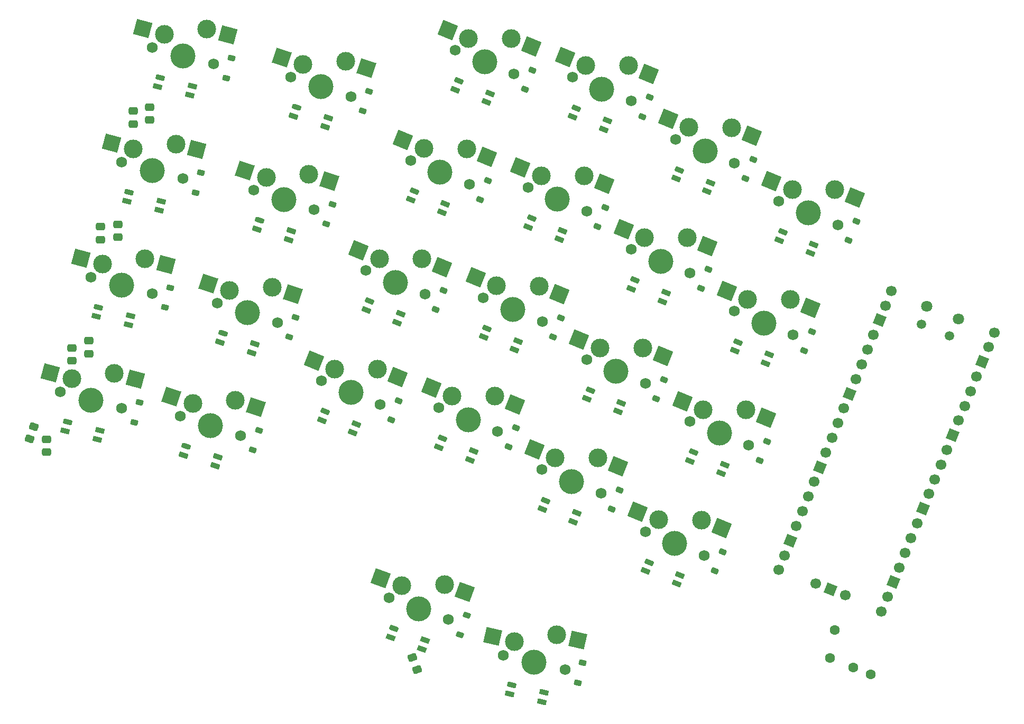
<source format=gbr>
%TF.GenerationSoftware,KiCad,Pcbnew,9.0.5*%
%TF.CreationDate,2025-10-09T16:25:36-06:00*%
%TF.ProjectId,ergo-kola (left),6572676f-2d6b-46f6-9c61-20286c656674,rev?*%
%TF.SameCoordinates,Original*%
%TF.FileFunction,Soldermask,Bot*%
%TF.FilePolarity,Negative*%
%FSLAX46Y46*%
G04 Gerber Fmt 4.6, Leading zero omitted, Abs format (unit mm)*
G04 Created by KiCad (PCBNEW 9.0.5) date 2025-10-09 16:25:36*
%MOMM*%
%LPD*%
G01*
G04 APERTURE LIST*
G04 Aperture macros list*
%AMRoundRect*
0 Rectangle with rounded corners*
0 $1 Rounding radius*
0 $2 $3 $4 $5 $6 $7 $8 $9 X,Y pos of 4 corners*
0 Add a 4 corners polygon primitive as box body*
4,1,4,$2,$3,$4,$5,$6,$7,$8,$9,$2,$3,0*
0 Add four circle primitives for the rounded corners*
1,1,$1+$1,$2,$3*
1,1,$1+$1,$4,$5*
1,1,$1+$1,$6,$7*
1,1,$1+$1,$8,$9*
0 Add four rect primitives between the rounded corners*
20,1,$1+$1,$2,$3,$4,$5,0*
20,1,$1+$1,$4,$5,$6,$7,0*
20,1,$1+$1,$6,$7,$8,$9,0*
20,1,$1+$1,$8,$9,$2,$3,0*%
%AMHorizOval*
0 Thick line with rounded ends*
0 $1 width*
0 $2 $3 position (X,Y) of the first rounded end (center of the circle)*
0 $4 $5 position (X,Y) of the second rounded end (center of the circle)*
0 Add line between two ends*
20,1,$1,$2,$3,$4,$5,0*
0 Add two circle primitives to create the rounded ends*
1,1,$1,$2,$3*
1,1,$1,$4,$5*%
%AMRotRect*
0 Rectangle, with rotation*
0 The origin of the aperture is its center*
0 $1 length*
0 $2 width*
0 $3 Rotation angle, in degrees counterclockwise*
0 Add horizontal line*
21,1,$1,$2,0,0,$3*%
G04 Aperture macros list end*
%ADD10C,1.750000*%
%ADD11C,3.000000*%
%ADD12C,4.000000*%
%ADD13RotRect,2.550000X2.500000X347.000000*%
%ADD14RotRect,2.550000X2.500000X338.000000*%
%ADD15C,1.600000*%
%ADD16RotRect,2.550000X2.500000X342.000000*%
%ADD17RotRect,2.550000X2.500000X345.000000*%
%ADD18HorizOval,1.800000X0.000000X0.000000X0.000000X0.000000X0*%
%ADD19HorizOval,1.500000X0.000000X0.000000X0.000000X0.000000X0*%
%ADD20HorizOval,1.700000X0.000000X0.000000X0.000000X0.000000X0*%
%ADD21RotRect,1.700000X1.700000X338.000000*%
%ADD22RotRect,2.550000X2.500000X340.000000*%
%ADD23RotRect,1.450000X0.820000X162.000000*%
%ADD24RoundRect,0.205000X0.557898X0.034278X-0.431201X0.355655X-0.557898X-0.034278X0.431201X-0.355655X0*%
%ADD25RoundRect,0.225000X0.263407X-0.349094X0.431980X0.068139X-0.263407X0.349094X-0.431980X-0.068139X0*%
%ADD26RoundRect,0.225000X0.287117X-0.329869X0.426175X0.098106X-0.287117X0.329869X-0.426175X-0.098106X0*%
%ADD27RoundRect,0.250000X0.475000X-0.337500X0.475000X0.337500X-0.475000X0.337500X-0.475000X-0.337500X0*%
%ADD28RotRect,1.450000X0.820000X165.000000*%
%ADD29RoundRect,0.205000X0.555339X0.063429X-0.449224X0.332601X-0.555339X-0.063429X0.449224X-0.332601X0*%
%ADD30RotRect,1.450000X0.820000X158.000000*%
%ADD31RoundRect,0.205000X0.558930X-0.004723X-0.405341X0.384868X-0.558930X0.004723X0.405341X-0.384868X0*%
%ADD32RotRect,1.450000X0.820000X160.000000*%
%ADD33RoundRect,0.205000X0.558754X0.014787X-0.418526X0.370487X-0.558754X-0.014787X0.418526X-0.370487X0*%
%ADD34RoundRect,0.225000X0.303988X-0.314390X0.420456X0.120276X-0.303988X0.314390X-0.420456X-0.120276X0*%
%ADD35RotRect,1.450000X0.820000X167.000000*%
%ADD36RoundRect,0.205000X0.552787X0.082771X-0.460557X0.316720X-0.552787X-0.082771X0.460557X-0.316720X0*%
%ADD37RoundRect,0.250000X0.561786X-0.154687X0.330922X0.479606X-0.561786X0.154687X-0.330922X-0.479606X0*%
%ADD38RoundRect,0.225000X0.275430X-0.339688X0.429339X0.083173X-0.275430X0.339688X-0.429339X-0.083173X0*%
%ADD39RoundRect,0.225000X0.314775X-0.303590X0.416003X0.134877X-0.314775X0.303590X-0.416003X-0.134877X0*%
%ADD40RoundRect,0.250000X0.330922X-0.479606X0.561786X0.154687X-0.330922X0.479606X-0.561786X-0.154687X0*%
G04 APERTURE END LIST*
D10*
%TO.C,SW51*%
X108392118Y-134200069D03*
D11*
X110200944Y-132010857D03*
D12*
X113341918Y-135342820D03*
D11*
X116959570Y-130964396D03*
D10*
X118291718Y-136485571D03*
D13*
X106693211Y-131201033D03*
X120345505Y-131746101D03*
%TD*%
D10*
%TO.C,SW27*%
X105231189Y-76878731D03*
D11*
X107360213Y-74999434D03*
D12*
X109941283Y-78781732D03*
D11*
X114199331Y-75023139D03*
D10*
X114651377Y-80684733D03*
D14*
X104022351Y-73650850D03*
X117421295Y-76324897D03*
%TD*%
D15*
%TO.C,J1*%
X161470388Y-130199542D03*
X160749303Y-134653758D03*
X164458039Y-136152184D03*
X167239590Y-137276004D03*
%TD*%
D10*
%TO.C,SW15*%
X112367434Y-59215876D03*
D11*
X114496458Y-57336579D03*
D12*
X117077528Y-61118877D03*
D11*
X121335576Y-57360284D03*
D10*
X121787622Y-63021878D03*
D14*
X111158596Y-55987995D03*
X124557540Y-58662042D03*
%TD*%
D10*
%TO.C,SW9*%
X136039783Y-51478147D03*
D11*
X138168807Y-49598850D03*
D12*
X140749877Y-53381148D03*
D11*
X145007925Y-49622555D03*
D10*
X145459971Y-55284149D03*
D14*
X134830945Y-48250266D03*
X148229889Y-50924313D03*
%TD*%
D10*
%TO.C,SW43*%
X138303342Y-96728983D03*
D11*
X140432366Y-94849686D03*
D12*
X143013436Y-98631984D03*
D11*
X147271484Y-94873391D03*
D10*
X147723530Y-100534985D03*
D14*
X137094504Y-93501103D03*
X150493448Y-96175149D03*
%TD*%
D10*
%TO.C,SW33*%
X121767256Y-86803857D03*
D11*
X123896280Y-84924560D03*
D12*
X126477350Y-88706858D03*
D11*
X130735398Y-84948265D03*
D10*
X131187444Y-90609859D03*
D14*
X120558418Y-83575976D03*
X133957362Y-86250023D03*
%TD*%
D10*
%TO.C,SW39*%
X98094926Y-94541586D03*
D11*
X100223950Y-92662289D03*
D12*
X102805020Y-96444587D03*
D11*
X107063068Y-92685994D03*
D10*
X107515114Y-98347588D03*
D14*
X96886088Y-91313705D03*
X110285032Y-93987752D03*
%TD*%
D10*
%TO.C,SW45*%
X114631012Y-104466712D03*
D11*
X116760036Y-102587415D03*
D12*
X119341106Y-106369713D03*
D11*
X123599154Y-102611120D03*
D10*
X124051200Y-108272714D03*
D14*
X113422174Y-101238831D03*
X126821118Y-103912878D03*
%TD*%
D10*
%TO.C,SW13*%
X93577809Y-54868494D03*
D11*
X95706833Y-52989197D03*
D12*
X98287903Y-56771495D03*
D11*
X102545951Y-53012902D03*
D10*
X102997997Y-58674496D03*
D14*
X92368971Y-51640613D03*
X105767915Y-54314661D03*
%TD*%
D10*
%TO.C,SW29*%
X62577591Y-77726352D03*
D11*
X64570336Y-75703120D03*
D12*
X67408958Y-79296158D03*
D11*
X71394448Y-75249694D03*
D10*
X72240325Y-80865964D03*
D16*
X61146532Y-74590659D03*
X74699369Y-76323528D03*
%TD*%
D10*
%TO.C,SW37*%
X37451591Y-91987870D03*
D11*
X39335717Y-89863119D03*
D12*
X42358494Y-93302671D03*
D11*
X46126746Y-89053168D03*
D10*
X47265397Y-94617472D03*
D17*
X35858384Y-88931370D03*
X49483339Y-89952564D03*
%TD*%
D18*
%TO.C,U1*%
X176243903Y-78231251D03*
D19*
X175387000Y-81153001D03*
X179883842Y-82969842D03*
D18*
X181297055Y-80272856D03*
D20*
X170576514Y-75801267D03*
X169625013Y-78156314D03*
D21*
X168673512Y-80511361D03*
D20*
X167722011Y-82866408D03*
X166770511Y-85221455D03*
X165819010Y-87576502D03*
X164867509Y-89931549D03*
D21*
X163916008Y-92286596D03*
D20*
X162964508Y-94641643D03*
X162013007Y-96996690D03*
X161061506Y-99351737D03*
X160110005Y-101706784D03*
D21*
X159158505Y-104061831D03*
D20*
X158207004Y-106416878D03*
X157255503Y-108771925D03*
X156304002Y-111126972D03*
X155352502Y-113482019D03*
D21*
X154401001Y-115837066D03*
D20*
X153449500Y-118192113D03*
X152497999Y-120547160D03*
X168983328Y-127207665D03*
X169934829Y-124852618D03*
D21*
X170886330Y-122497571D03*
D20*
X171837831Y-120142524D03*
X172789331Y-117787477D03*
X173740832Y-115432430D03*
X174692333Y-113077383D03*
D21*
X175643834Y-110722336D03*
D20*
X176595334Y-108367289D03*
X177546835Y-106012242D03*
X178498336Y-103657195D03*
X179449837Y-101302148D03*
D21*
X180401337Y-98947101D03*
D20*
X181352838Y-96592054D03*
X182304339Y-94237007D03*
X183255840Y-91881960D03*
X184207340Y-89526913D03*
D21*
X185158841Y-87171866D03*
D20*
X186110342Y-84816819D03*
X187061843Y-82461772D03*
X158471775Y-122712659D03*
D21*
X160826823Y-123664160D03*
D20*
X163181870Y-124615661D03*
%TD*%
D10*
%TO.C,SW23*%
X86441565Y-72531349D03*
D11*
X88570589Y-70652052D03*
D12*
X91151659Y-74434350D03*
D11*
X95409707Y-70675757D03*
D10*
X95861753Y-76337351D03*
D14*
X85232727Y-69303468D03*
X98631671Y-71977515D03*
%TD*%
D10*
%TO.C,SW25*%
X42382093Y-73586978D03*
D11*
X44266218Y-71462228D03*
D12*
X47288996Y-74901780D03*
D11*
X51057249Y-70652277D03*
D10*
X52195899Y-76216582D03*
D17*
X40788885Y-70530479D03*
X54413841Y-71551673D03*
%TD*%
D10*
%TO.C,SW35*%
X79305301Y-90194205D03*
D11*
X81434325Y-88314908D03*
D12*
X84015395Y-92097206D03*
D11*
X88273443Y-88338613D03*
D10*
X88725489Y-94000207D03*
D14*
X78096463Y-86966324D03*
X91495407Y-89640371D03*
%TD*%
D10*
%TO.C,SW5*%
X74351139Y-41491099D03*
D11*
X76343884Y-39467867D03*
D12*
X79182506Y-43060905D03*
D11*
X83167997Y-39014441D03*
D10*
X84013873Y-44630711D03*
D16*
X72920080Y-38355406D03*
X86472917Y-40088275D03*
%TD*%
D10*
%TO.C,SW21*%
X128903519Y-69141002D03*
D11*
X131032543Y-67261705D03*
D12*
X133613613Y-71044003D03*
D11*
X137871661Y-67285410D03*
D10*
X138323707Y-72947004D03*
D14*
X127694681Y-65913121D03*
X141093625Y-68587168D03*
%TD*%
D10*
%TO.C,SW41*%
X56690817Y-95843969D03*
D11*
X58683562Y-93820737D03*
D12*
X61522184Y-97413775D03*
D11*
X65507674Y-93367311D03*
D10*
X66353551Y-98983581D03*
D16*
X55259758Y-92708276D03*
X68812595Y-94441145D03*
%TD*%
D10*
%TO.C,SW1*%
X52243097Y-36785199D03*
D11*
X54127223Y-34660448D03*
D12*
X57150000Y-38100000D03*
D11*
X60918252Y-33850497D03*
D10*
X62056903Y-39414801D03*
D17*
X50649890Y-33728700D03*
X64274844Y-34749893D03*
%TD*%
D10*
%TO.C,SW7*%
X119503697Y-41553021D03*
D11*
X121632721Y-39673724D03*
D12*
X124213791Y-43456022D03*
D11*
X128471839Y-39697429D03*
D10*
X128923885Y-45359023D03*
D14*
X118294859Y-38325140D03*
X131693803Y-40999188D03*
%TD*%
D10*
%TO.C,SW3*%
X100714072Y-37205639D03*
D11*
X102843096Y-35326342D03*
D12*
X105424166Y-39108640D03*
D11*
X109682214Y-35350047D03*
D10*
X110134260Y-41011641D03*
D14*
X99505235Y-33977759D03*
X112904178Y-36651805D03*
%TD*%
D10*
%TO.C,SW17*%
X68464365Y-59608716D03*
D11*
X70457110Y-57585484D03*
D12*
X73295732Y-61178522D03*
D11*
X77281223Y-57132058D03*
D10*
X78127099Y-62748328D03*
D16*
X67033306Y-56473023D03*
X80586143Y-58205892D03*
%TD*%
D10*
%TO.C,SW47*%
X131167079Y-114391839D03*
D11*
X133296103Y-112512542D03*
D12*
X135877173Y-116294840D03*
D11*
X140135221Y-112536247D03*
D10*
X140587267Y-118197841D03*
D14*
X129958241Y-111163959D03*
X143357185Y-113838005D03*
%TD*%
D10*
%TO.C,SW11*%
X47312595Y-55186089D03*
D11*
X49196721Y-53061338D03*
D12*
X52219498Y-56500890D03*
D11*
X55987750Y-52251387D03*
D10*
X57126401Y-57815691D03*
D17*
X45719388Y-52129589D03*
X59344343Y-53150782D03*
%TD*%
D10*
%TO.C,SW49*%
X90106524Y-125027829D03*
D11*
X92168665Y-123075375D03*
D12*
X94880163Y-126765291D03*
D11*
X99004444Y-122860383D03*
D10*
X99653802Y-128502753D03*
D22*
X88785770Y-121844103D03*
X102269876Y-124048904D03*
%TD*%
D10*
%TO.C,SW31*%
X145439586Y-79066128D03*
D11*
X147568610Y-77186831D03*
D12*
X150149680Y-80969129D03*
D11*
X154407728Y-77210536D03*
D10*
X154859774Y-82872130D03*
D14*
X144230748Y-75838248D03*
X157629692Y-78512294D03*
%TD*%
D10*
%TO.C,SW19*%
X152575851Y-61403274D03*
D11*
X154704875Y-59523976D03*
D12*
X157285944Y-63306274D03*
D11*
X161543993Y-59547681D03*
D10*
X161996037Y-65209274D03*
D14*
X151367012Y-58175393D03*
X164765956Y-60849439D03*
%TD*%
D23*
%TO.C,L41*%
X62258511Y-103804076D03*
X62722037Y-102377491D03*
D24*
X57633885Y-100724250D03*
D23*
X57170359Y-102150835D03*
%TD*%
D25*
%TO.C,D43*%
X149460475Y-103016339D03*
X150696677Y-99956633D03*
%TD*%
D26*
%TO.C,D5*%
X85919678Y-46984857D03*
X86939434Y-43846371D03*
%TD*%
D27*
%TO.C,C1*%
X49149000Y-49043500D03*
X49149000Y-46968500D03*
%TD*%
D26*
%TO.C,D41*%
X68259356Y-101337727D03*
X69279112Y-98199241D03*
%TD*%
D25*
%TO.C,D13*%
X104734942Y-61155850D03*
X105971144Y-58096144D03*
%TD*%
%TO.C,D39*%
X109252059Y-100828942D03*
X110488261Y-97769236D03*
%TD*%
D28*
%TO.C,L37*%
X43428254Y-99645677D03*
X43816483Y-98196789D03*
D29*
X38648780Y-96812107D03*
D28*
X38260551Y-98260995D03*
%TD*%
D25*
%TO.C,D23*%
X97598698Y-78818705D03*
X98834900Y-75758999D03*
%TD*%
D30*
%TO.C,L21*%
X133902382Y-77470101D03*
X134464292Y-76079325D03*
D31*
X129503858Y-74075179D03*
D30*
X128941948Y-75465955D03*
%TD*%
D23*
%TO.C,L29*%
X68145285Y-85686459D03*
X68608811Y-84259874D03*
D24*
X63520659Y-82606633D03*
D23*
X63057133Y-84033218D03*
%TD*%
D32*
%TO.C,L49*%
X95393024Y-133177396D03*
X95906054Y-131767857D03*
D33*
X90878698Y-129938050D03*
D32*
X90365668Y-131347589D03*
%TD*%
D30*
%TO.C,L23*%
X91440428Y-80860448D03*
X92002338Y-79469672D03*
D31*
X87041904Y-77465526D03*
D30*
X86479994Y-78856302D03*
%TD*%
%TO.C,L35*%
X84304164Y-98523304D03*
X84866074Y-97132528D03*
D31*
X79905640Y-95128382D03*
D30*
X79343730Y-96519158D03*
%TD*%
D28*
%TO.C,L11*%
X53289258Y-62843896D03*
X53677487Y-61395008D03*
D29*
X48509784Y-60010326D03*
D28*
X48121555Y-61459214D03*
%TD*%
D30*
%TO.C,L15*%
X117366297Y-67544975D03*
X117928207Y-66154199D03*
D31*
X112967773Y-64150053D03*
D30*
X112405863Y-65540829D03*
%TD*%
D25*
%TO.C,D3*%
X111871205Y-43492995D03*
X113107407Y-40433289D03*
%TD*%
D30*
%TO.C,L13*%
X98576672Y-63197593D03*
X99138582Y-61806817D03*
D31*
X94178148Y-59802671D03*
D30*
X93616238Y-61193447D03*
%TD*%
D34*
%TO.C,D11*%
X59152802Y-60066869D03*
X60006902Y-56879313D03*
%TD*%
D25*
%TO.C,D7*%
X130660830Y-47840377D03*
X131897032Y-44780671D03*
%TD*%
D26*
%TO.C,D17*%
X80032904Y-65102474D03*
X81052660Y-61963988D03*
%TD*%
D30*
%TO.C,L9*%
X141038646Y-59807246D03*
X141600556Y-58416470D03*
D31*
X136640122Y-56412324D03*
D30*
X136078212Y-57803100D03*
%TD*%
%TO.C,L43*%
X143302205Y-105058082D03*
X143864115Y-103667306D03*
D31*
X138903681Y-101663160D03*
D30*
X138341771Y-103053936D03*
%TD*%
D25*
%TO.C,D9*%
X147196916Y-57765503D03*
X148433118Y-54705797D03*
%TD*%
D30*
%TO.C,L19*%
X157574713Y-69732372D03*
X158136623Y-68341596D03*
D31*
X153176189Y-66337450D03*
D30*
X152614279Y-67728226D03*
%TD*%
D27*
%TO.C,C6*%
X42037000Y-85852000D03*
X42037000Y-83777000D03*
%TD*%
D25*
%TO.C,D21*%
X140060652Y-75428358D03*
X141296854Y-72368652D03*
%TD*%
D28*
%TO.C,L1*%
X58219760Y-44443006D03*
X58607989Y-42994118D03*
D29*
X53440286Y-41609436D03*
D28*
X53052057Y-43058324D03*
%TD*%
D25*
%TO.C,D27*%
X116388322Y-83166087D03*
X117624524Y-80106381D03*
%TD*%
D30*
%TO.C,L47*%
X136165942Y-122720938D03*
X136727852Y-121330162D03*
D31*
X131767418Y-119326016D03*
D30*
X131205508Y-120716792D03*
%TD*%
D34*
%TO.C,D1*%
X64083304Y-41665979D03*
X64937404Y-38478423D03*
%TD*%
D25*
%TO.C,D19*%
X163732983Y-67690629D03*
X164969185Y-64630923D03*
%TD*%
D23*
%TO.C,L17*%
X74032059Y-67568823D03*
X74495585Y-66142238D03*
D24*
X69407433Y-64488997D03*
D23*
X68943907Y-65915582D03*
%TD*%
D28*
%TO.C,L25*%
X48358756Y-81244786D03*
X48746985Y-79795898D03*
D29*
X43579282Y-78411216D03*
D28*
X43191053Y-79860104D03*
%TD*%
D35*
%TO.C,L51*%
X114632395Y-141644629D03*
X114969821Y-140183074D03*
D36*
X109756941Y-138979585D03*
D35*
X109419515Y-140441140D03*
%TD*%
D27*
%TO.C,C5*%
X39370000Y-86995000D03*
X39370000Y-84920000D03*
%TD*%
D25*
%TO.C,D31*%
X156596719Y-85353484D03*
X157832921Y-82293778D03*
%TD*%
%TO.C,D47*%
X142324212Y-120679195D03*
X143560414Y-117619489D03*
%TD*%
%TO.C,D45*%
X125788145Y-110754068D03*
X127024347Y-107694362D03*
%TD*%
D27*
%TO.C,C4*%
X46736000Y-67183000D03*
X46736000Y-65108000D03*
%TD*%
D30*
%TO.C,L3*%
X105712935Y-45534738D03*
X106274845Y-44143962D03*
D31*
X101314411Y-42139816D03*
D30*
X100752501Y-43530592D03*
%TD*%
D23*
%TO.C,L5*%
X79918833Y-49451206D03*
X80382359Y-48024621D03*
D24*
X75294207Y-46371380D03*
D23*
X74830681Y-47797965D03*
%TD*%
D30*
%TO.C,L31*%
X150438449Y-87395227D03*
X151000359Y-86004451D03*
D31*
X146039925Y-84000305D03*
D30*
X145478015Y-85391081D03*
%TD*%
D25*
%TO.C,D33*%
X132924389Y-93091213D03*
X134160591Y-90031507D03*
%TD*%
D34*
%TO.C,D25*%
X54222300Y-78467759D03*
X55076400Y-75280203D03*
%TD*%
D30*
%TO.C,L33*%
X126766119Y-95132956D03*
X127328029Y-93742180D03*
D31*
X122367595Y-91738034D03*
D30*
X121805685Y-93128810D03*
%TD*%
D25*
%TO.C,D35*%
X90462434Y-96481561D03*
X91698636Y-93421855D03*
%TD*%
D27*
%TO.C,C3*%
X43942000Y-67564000D03*
X43942000Y-65489000D03*
%TD*%
D37*
%TO.C,C9*%
X94588846Y-136483931D03*
X93879154Y-134534069D03*
%TD*%
D27*
%TO.C,C2*%
X51816000Y-48408500D03*
X51816000Y-46333500D03*
%TD*%
%TO.C,C8*%
X35306000Y-101643000D03*
X35306000Y-99568000D03*
%TD*%
D30*
%TO.C,L45*%
X119629875Y-112795811D03*
X120191785Y-111405035D03*
D31*
X115231351Y-109400889D03*
D30*
X114669441Y-110791665D03*
%TD*%
%TO.C,L7*%
X124502560Y-49882120D03*
X125064470Y-48491344D03*
D31*
X120104036Y-46487198D03*
D30*
X119542126Y-47877974D03*
%TD*%
D25*
%TO.C,D15*%
X123524567Y-65503232D03*
X124760769Y-62443526D03*
%TD*%
D30*
%TO.C,L27*%
X110230052Y-85207830D03*
X110791962Y-83817054D03*
D31*
X105831528Y-81812908D03*
D30*
X105269618Y-83203684D03*
%TD*%
D38*
%TO.C,D49*%
X101476287Y-130921977D03*
X102604953Y-127820991D03*
%TD*%
D39*
%TO.C,D51*%
X120395448Y-138664658D03*
X121137786Y-135449236D03*
%TD*%
D30*
%TO.C,L39*%
X103093789Y-102870685D03*
X103655699Y-101479909D03*
D31*
X98695265Y-99475763D03*
D30*
X98133355Y-100866539D03*
%TD*%
D40*
%TO.C,C7*%
X32538154Y-99526931D03*
X33247846Y-97577069D03*
%TD*%
D34*
%TO.C,D37*%
X49291798Y-96868650D03*
X50145898Y-93681094D03*
%TD*%
D26*
%TO.C,D29*%
X74146130Y-83220110D03*
X75165886Y-80081624D03*
%TD*%
M02*

</source>
